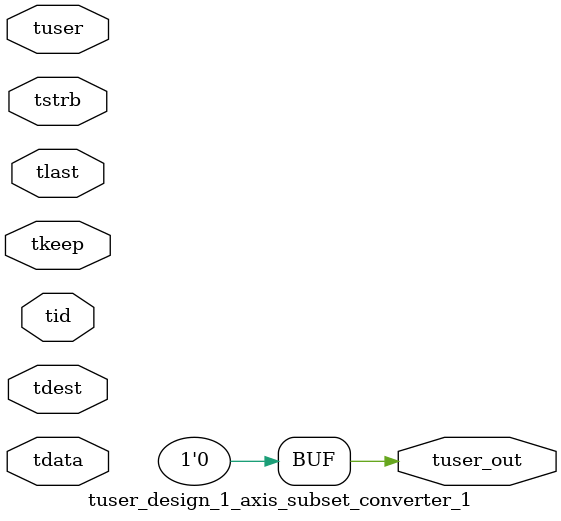
<source format=v>


`timescale 1ps/1ps

module tuser_design_1_axis_subset_converter_1 #
(
parameter C_S_AXIS_TUSER_WIDTH = 1,
parameter C_S_AXIS_TDATA_WIDTH = 32,
parameter C_S_AXIS_TID_WIDTH   = 0,
parameter C_S_AXIS_TDEST_WIDTH = 0,
parameter C_M_AXIS_TUSER_WIDTH = 1
)
(
input  [(C_S_AXIS_TUSER_WIDTH == 0 ? 1 : C_S_AXIS_TUSER_WIDTH)-1:0     ] tuser,
input  [(C_S_AXIS_TDATA_WIDTH == 0 ? 1 : C_S_AXIS_TDATA_WIDTH)-1:0     ] tdata,
input  [(C_S_AXIS_TID_WIDTH   == 0 ? 1 : C_S_AXIS_TID_WIDTH)-1:0       ] tid,
input  [(C_S_AXIS_TDEST_WIDTH == 0 ? 1 : C_S_AXIS_TDEST_WIDTH)-1:0     ] tdest,
input  [(C_S_AXIS_TDATA_WIDTH/8)-1:0 ] tkeep,
input  [(C_S_AXIS_TDATA_WIDTH/8)-1:0 ] tstrb,
input                                                                    tlast,
output [C_M_AXIS_TUSER_WIDTH-1:0] tuser_out
);

assign tuser_out = {1'b0};

endmodule


</source>
